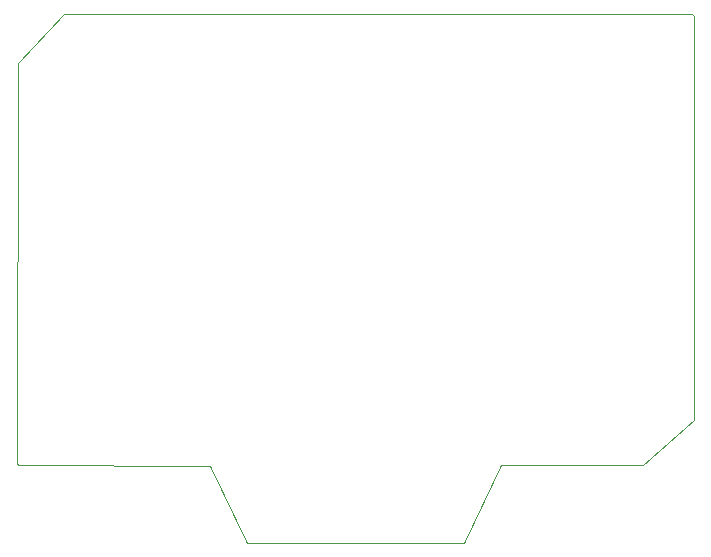
<source format=gm1>
G04 #@! TF.GenerationSoftware,KiCad,Pcbnew,(5.1.5-0-10_14)*
G04 #@! TF.CreationDate,2020-10-11T12:28:21+03:00*
G04 #@! TF.ProjectId,LogiMech,4c6f6769-4d65-4636-982e-6b696361645f,rev?*
G04 #@! TF.SameCoordinates,Original*
G04 #@! TF.FileFunction,Profile,NP*
%FSLAX46Y46*%
G04 Gerber Fmt 4.6, Leading zero omitted, Abs format (unit mm)*
G04 Created by KiCad (PCBNEW (5.1.5-0-10_14)) date 2020-10-11 12:28:21*
%MOMM*%
%LPD*%
G04 APERTURE LIST*
%ADD10C,0.050000*%
G04 APERTURE END LIST*
D10*
X152940000Y-104860000D02*
X157240000Y-101000000D01*
X99960000Y-70810000D02*
X103860000Y-66620000D01*
X157070000Y-66670000D02*
X157210000Y-66810000D01*
X100060000Y-104870000D02*
X99920000Y-104730000D01*
X137780000Y-111480000D02*
X140920000Y-104860000D01*
X119340000Y-111480000D02*
X116210000Y-104890000D01*
X137780000Y-111480000D02*
X119340000Y-111480000D01*
X99920000Y-104730000D02*
X99960000Y-70810000D01*
X116210000Y-104890000D02*
X100060000Y-104870000D01*
X152940000Y-104860000D02*
X140920000Y-104860000D01*
X157210000Y-66810000D02*
X157240000Y-101000000D01*
X103860000Y-66620000D02*
X157070000Y-66670000D01*
M02*

</source>
